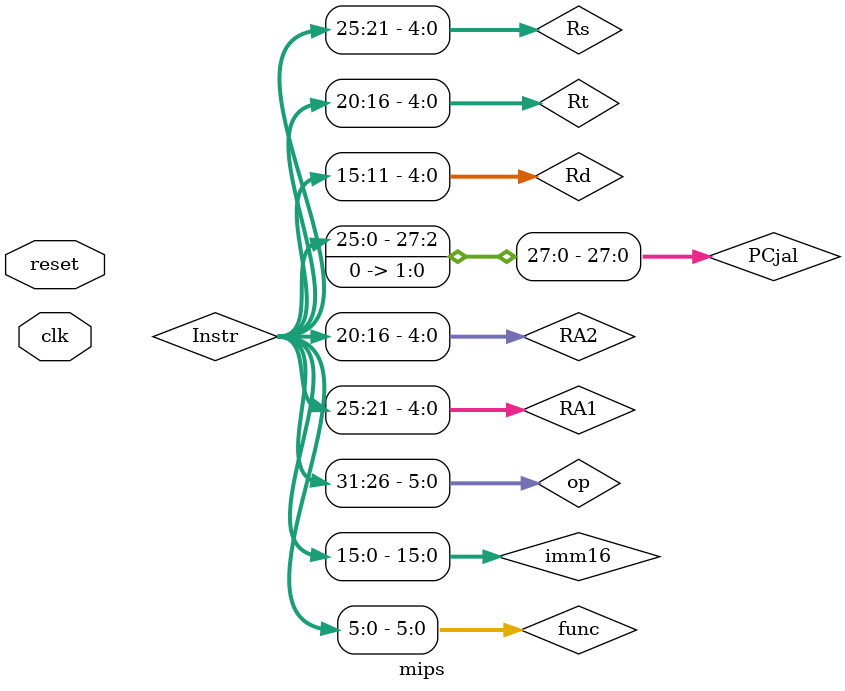
<source format=v>
`timescale 1ns / 1ps
`include "cjbdefine.v"
module mips(
    input clk,
    input reset
    );
    //¼Ä´æÆ÷
    wire [31:0] RD1;
    wire [31:0] RD2;
    wire [4:0] WA;
    wire [31:0]WD;
	 wire [4:0]RA1;
	 wire [4:0] RA2;
	 
    //¿ØÖÆÐÅºÅ
    wire ALUSrc;
    wire MemRead;
    wire MemWrite; 
    wire RegWrite;
    wire ExtOp;
    wire [2:0]RegDst;
    wire [2:0] MemtoReg;
    wire [2:0] branch;
    wire [2:0] ALUCtrl;

    //ALU
    wire [31:0] A;
    wire [31:0] B;
    wire [31:0] Result;
	 wire zero;
	 
    //PC
    wire [31:0] PC4;
   wire [31:0] PCbeq;
	wire [31:0] PCjal;
    wire [31:0] PC;
    wire [31:0] next_pc;
    
    //DM
    wire [31:0] MemData;
    wire [31:0] MemAddr; 
	 wire [31:0] ReadData;
	
    //IM
    wire [31:0] Instr;
    wire [5:0] op;
    wire [5:0] func;
	 wire [15:0] imm16;
	 wire [31:0] imm32;
    wire [4:0] Rs;
    wire [4:0] Rt;
    wire [4:0] Rd;

    //Á¬Ïß
    assign op = Instr[31:26];
	 assign Rs = Instr[25:21];
	 assign Rt = Instr[20:16];
	 assign Rd = Instr[15:11];
	 assign func = Instr[5:0];
	 assign imm16 = Instr[15:0];
	  
	 assign RA1 = Rs;
	 assign RA2 = Rt;
	 assign A = RD1; 
	 assign MemAddr = Result;
	 assign MemData = RD2;
	 //PCµÄÁ¬Ïß
	 assign PC4 =PC +4;
	 assign PCbeq = PC + 4 + {{14{imm16[15]}},imm16,2'b00};
	 assign PCjal = {PC[31:28],Instr[25:0],2'b00};
	 
	 CMP cjbCMP(A,B,zero); 
	 PC cjbPC(clk,reset,next_pc,PC);
	 IM cjbIM(PC,Instr);
	 Controller cjbController(op,func,ALUCtrl,RegDst,MemtoReg,MemRead,MemWrite,ALUSrc,RegWrite,ExtOp,branch);
	 Mux cjbMux(Rt,Rd,RD1,RD2,imm32,Result,imm16,ReadData,RegDst,ALUSrc,MemtoReg, PC4,PCbeq,PCjal,zero,branch,WA,B,WD,next_pc);
	 GRF cjbGRF(clk,reset,RA1,RA2,WA,WD,RD1,RD2,RegWrite,PC);
	 DM cjbDM(clk,reset,MemWrite,MemRead,MemAddr,MemData,PC,ReadData);
	 EXT cjbEXT(imm16,imm32,ExtOp);
	 ALU cjbALU(A,B,ALUCtrl,Result);
endmodule

</source>
